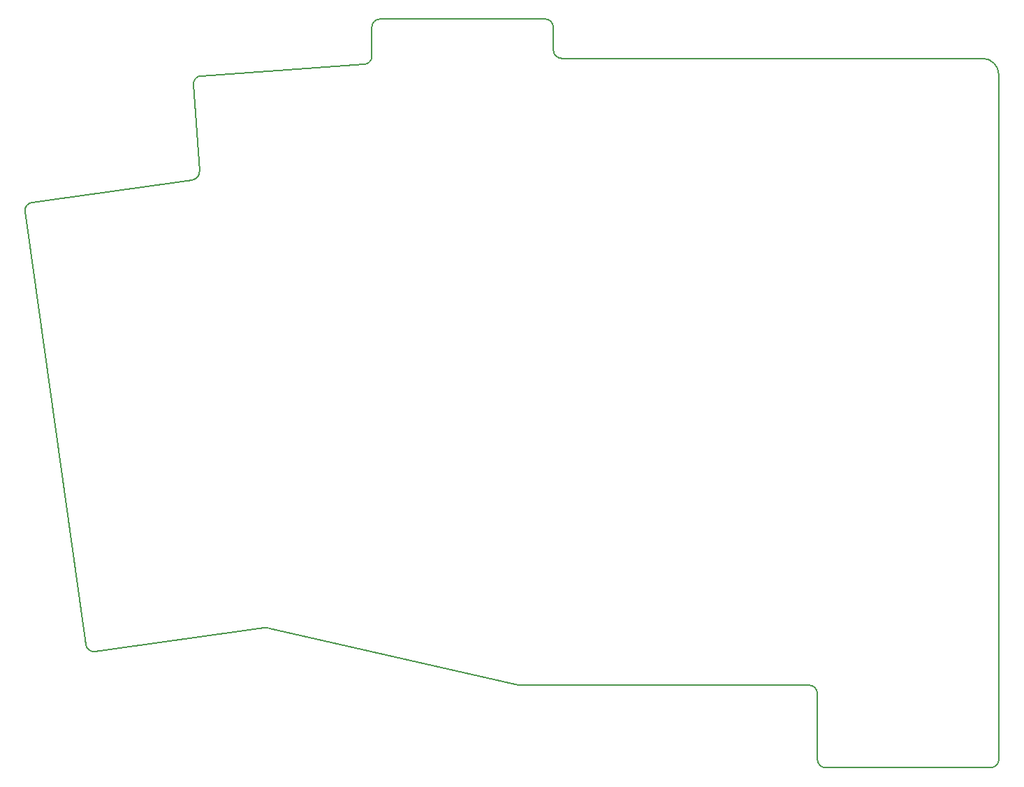
<source format=gbr>
%TF.GenerationSoftware,KiCad,Pcbnew,9.0.5*%
%TF.CreationDate,2025-10-18T21:30:00+02:00*%
%TF.ProjectId,shield-pcb,73686965-6c64-42d7-9063-622e6b696361,1.2*%
%TF.SameCoordinates,Original*%
%TF.FileFunction,Profile,NP*%
%FSLAX46Y46*%
G04 Gerber Fmt 4.6, Leading zero omitted, Abs format (unit mm)*
G04 Created by KiCad (PCBNEW 9.0.5) date 2025-10-18 21:30:00*
%MOMM*%
%LPD*%
G01*
G04 APERTURE LIST*
%TA.AperFunction,Profile*%
%ADD10C,0.150000*%
%TD*%
G04 APERTURE END LIST*
D10*
X140568369Y-161928719D02*
X161000367Y-159057189D01*
X132062753Y-108593416D02*
X139438928Y-161077624D01*
X152351471Y-104732195D02*
X132913848Y-107463975D01*
X173175129Y-90731816D02*
X153404102Y-92114341D01*
X152476294Y-93181661D02*
X153209862Y-103672171D01*
X196105372Y-88994606D02*
X196105372Y-86231606D01*
X195105372Y-85231606D02*
X175105372Y-85231606D01*
X174105372Y-86231606D02*
X174105372Y-89734252D01*
X197105372Y-89994606D02*
X248105372Y-89994606D01*
X192329841Y-165994606D02*
X227105372Y-165994606D01*
X229105372Y-175994606D02*
X249105372Y-175994606D01*
X228105372Y-166994606D02*
X228105372Y-174994606D01*
X227105372Y-165994606D02*
G75*
G02*
X228105372Y-166994606I0J-1000000D01*
G01*
X229105372Y-175994606D02*
G75*
G02*
X228105372Y-174994606I0J1000000D01*
G01*
X250105372Y-174994606D02*
G75*
G02*
X249105372Y-175994606I-1000000J0D01*
G01*
X197105372Y-89994606D02*
G75*
G02*
X196105372Y-88994606I0J1000000D01*
G01*
X195105372Y-85231606D02*
G75*
G02*
X196105372Y-86231606I0J-1000000D01*
G01*
X174105372Y-86231606D02*
G75*
G02*
X175105372Y-85231606I1000000J0D01*
G01*
X174105372Y-89734251D02*
G75*
G02*
X173175129Y-90731816I-1000000J-1D01*
G01*
X152476294Y-93181661D02*
G75*
G02*
X153404102Y-92114341I997564J69756D01*
G01*
X153209862Y-103672171D02*
G75*
G02*
X152351471Y-104732195I-997564J-69756D01*
G01*
X132062753Y-108593416D02*
G75*
G02*
X132913848Y-107463975I990268J139173D01*
G01*
X140568369Y-161928719D02*
G75*
G02*
X139438928Y-161077624I-139173J990268D01*
G01*
X161722067Y-159087484D02*
X191886488Y-165944846D01*
X161000367Y-159057188D02*
G75*
G02*
X161722067Y-159087484I278346J-1980537D01*
G01*
X192329841Y-165994605D02*
G75*
G02*
X191886488Y-165944846I0J1999999D01*
G01*
X250105372Y-91994606D02*
X250105372Y-174990000D01*
X248105372Y-89994606D02*
G75*
G02*
X250105372Y-91994606I0J-2000000D01*
G01*
M02*

</source>
